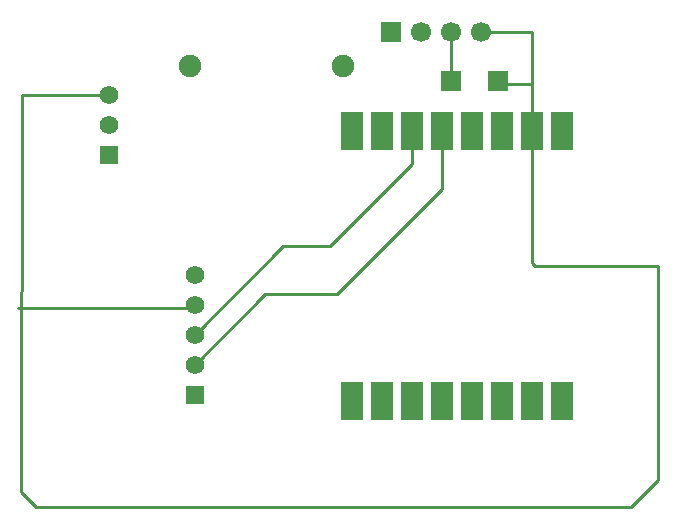
<source format=gbl>
G04 Layer: BottomLayer*
G04 EasyEDA v6.4.20.6, 2021-08-11T14:47:25--4:00*
G04 69257b7602d440f08016c76432e8c6ee,f06b2ae44ace4e68bcf10d52e37fd181,10*
G04 Gerber Generator version 0.2*
G04 Scale: 100 percent, Rotated: No, Reflected: No *
G04 Dimensions in millimeters *
G04 leading zeros omitted , absolute positions ,4 integer and 5 decimal *
%FSLAX45Y45*%
%MOMM*%

%ADD10C,0.2540*%
%ADD11C,1.9050*%
%ADD12C,1.5748*%
%ADD13R,1.5748X1.5748*%
%ADD14R,1.7000X1.7000*%
%ADD15C,1.7000*%
%ADD16R,1.8288X3.2918*%

%LPD*%
D10*
X6248400Y6769100D02*
G01*
X6248400Y6769100D01*
X5816600Y6769100D01*
X6248400Y5930900D02*
G01*
X6248400Y6769100D01*
X3390900Y3949700D02*
G01*
X3987800Y4546600D01*
X4597400Y4546600D01*
X5486400Y5435600D01*
X5486400Y5930900D01*
X3390900Y4203700D02*
G01*
X4140200Y4953000D01*
X4533900Y4953000D01*
X5232400Y5651500D01*
X5232400Y5930900D01*
X3390900Y4457700D02*
G01*
X3365500Y4432300D01*
X1892300Y4432300D01*
X5562600Y6769100D02*
G01*
X5562600Y6350000D01*
X5956300Y6350000D02*
G01*
X5979944Y6326355D01*
X6248400Y6326355D01*
X6248400Y5930900D02*
G01*
X6248400Y4813300D01*
X6273800Y4787900D01*
X7315200Y4787900D01*
X7315200Y2971800D01*
X7086600Y2743200D01*
X2044700Y2743200D01*
X1917700Y2870200D01*
X1930400Y6235700D01*
X1943100Y6235700D01*
X2667000Y6235700D01*
D11*
G01*
X4650511Y6477000D03*
G01*
X3350488Y6477000D03*
D12*
G01*
X3390900Y4711700D03*
G01*
X3390900Y4457700D03*
G01*
X3390900Y4203700D03*
G01*
X3390900Y3949700D03*
D13*
G01*
X3390900Y3695700D03*
G36*
X4969598Y6854101D02*
G01*
X5139601Y6854101D01*
X5139601Y6684098D01*
X4969598Y6684098D01*
G37*
D15*
G01*
X5308600Y6769100D03*
G01*
X5562600Y6769100D03*
G01*
X5816600Y6769100D03*
D12*
G01*
X2667000Y6235700D03*
G01*
X2667000Y5981700D03*
D13*
G01*
X2667000Y5727700D03*
D16*
G01*
X4724400Y3644900D03*
G01*
X6502400Y5930900D03*
G01*
X6248400Y5930900D03*
G01*
X5994400Y5930900D03*
G01*
X5740400Y5930900D03*
G01*
X5486400Y5930900D03*
G01*
X5232400Y5930900D03*
G01*
X4978400Y5930900D03*
G01*
X4724400Y5930900D03*
G01*
X6502400Y3644900D03*
G01*
X6248400Y3644900D03*
G01*
X5994400Y3644900D03*
G01*
X5740400Y3644900D03*
G01*
X5486400Y3644900D03*
G01*
X5232400Y3644900D03*
G01*
X4978400Y3644900D03*
D14*
G01*
X5956300Y6350000D03*
G01*
X5562600Y6350000D03*
M02*

</source>
